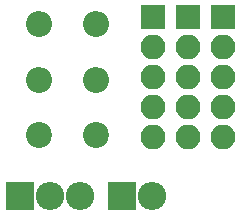
<source format=gts>
G04 #@! TF.FileFunction,Soldermask,Top*
%FSLAX46Y46*%
G04 Gerber Fmt 4.6, Leading zero omitted, Abs format (unit mm)*
G04 Created by KiCad (PCBNEW 4.0.4-1.fc24-product) date Tue Jun 12 10:11:03 2018*
%MOMM*%
%LPD*%
G01*
G04 APERTURE LIST*
%ADD10C,0.100000*%
%ADD11R,2.100000X2.100000*%
%ADD12O,2.100000X2.100000*%
%ADD13O,2.200000X2.200000*%
%ADD14C,2.200000*%
%ADD15O,2.398980X2.398980*%
%ADD16R,2.398980X2.398980*%
G04 APERTURE END LIST*
D10*
D11*
X156900000Y-101600000D03*
D12*
X156900000Y-104140000D03*
X156900000Y-106680000D03*
X156900000Y-109220000D03*
X156900000Y-111760000D03*
D11*
X153950000Y-101600000D03*
D12*
X153950000Y-104140000D03*
X153950000Y-106680000D03*
X153950000Y-109220000D03*
X153950000Y-111760000D03*
D13*
X141300000Y-106900000D03*
D14*
X141300000Y-111600000D03*
D13*
X141300000Y-102200000D03*
D14*
X146130000Y-111600000D03*
D13*
X146130000Y-106900000D03*
X146130000Y-102200000D03*
D11*
X151000000Y-101600000D03*
D12*
X151000000Y-104140000D03*
X151000000Y-106680000D03*
X151000000Y-109220000D03*
X151000000Y-111760000D03*
D15*
X150940000Y-116700000D03*
D16*
X148400000Y-116700000D03*
D15*
X144800000Y-116700000D03*
D16*
X139720000Y-116700000D03*
D15*
X142260000Y-116700000D03*
M02*

</source>
